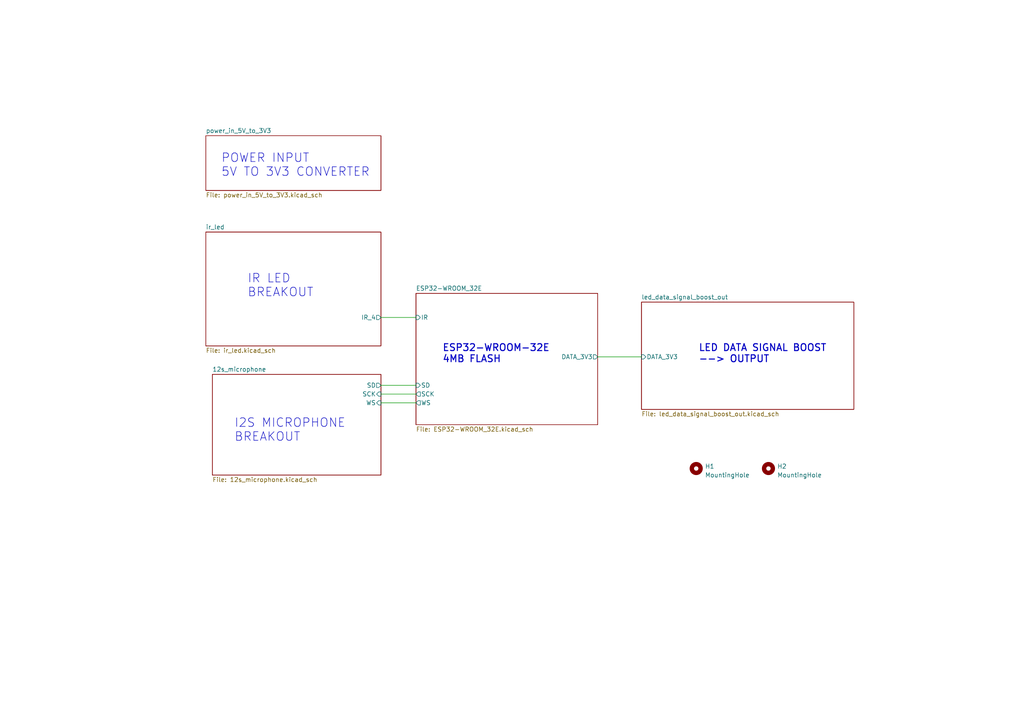
<source format=kicad_sch>
(kicad_sch (version 20230121) (generator eeschema)

  (uuid e63e39d7-6ac0-4ffd-8aa3-1841a4541b55)

  (paper "A4")

  (title_block
    (title "MoodLamp")
    (rev "1.1")
  )

  (lib_symbols
    (symbol "Mechanical:MountingHole" (pin_names (offset 1.016)) (in_bom yes) (on_board yes)
      (property "Reference" "H" (at 0 5.08 0)
        (effects (font (size 1.27 1.27)))
      )
      (property "Value" "MountingHole" (at 0 3.175 0)
        (effects (font (size 1.27 1.27)))
      )
      (property "Footprint" "" (at 0 0 0)
        (effects (font (size 1.27 1.27)) hide)
      )
      (property "Datasheet" "~" (at 0 0 0)
        (effects (font (size 1.27 1.27)) hide)
      )
      (property "ki_keywords" "mounting hole" (at 0 0 0)
        (effects (font (size 1.27 1.27)) hide)
      )
      (property "ki_description" "Mounting Hole without connection" (at 0 0 0)
        (effects (font (size 1.27 1.27)) hide)
      )
      (property "ki_fp_filters" "MountingHole*" (at 0 0 0)
        (effects (font (size 1.27 1.27)) hide)
      )
      (symbol "MountingHole_0_1"
        (circle (center 0 0) (radius 1.27)
          (stroke (width 1.27) (type default))
          (fill (type none))
        )
      )
    )
  )


  (wire (pts (xy 110.49 116.84) (xy 120.65 116.84))
    (stroke (width 0) (type default))
    (uuid 947cd55f-d694-4607-9327-d5bb4205a05f)
  )
  (wire (pts (xy 110.49 111.76) (xy 120.65 111.76))
    (stroke (width 0) (type default))
    (uuid b4693e0a-6a46-47eb-b135-e8049fd98ae8)
  )
  (wire (pts (xy 173.355 103.505) (xy 186.055 103.505))
    (stroke (width 0) (type default))
    (uuid c3bedd62-d7ff-4e6d-a163-548d2298cec6)
  )
  (wire (pts (xy 110.49 92.075) (xy 120.65 92.075))
    (stroke (width 0) (type default))
    (uuid ccecca9c-1424-49fb-8149-e0c3e8af4ab8)
  )
  (wire (pts (xy 110.49 114.3) (xy 120.65 114.3))
    (stroke (width 0) (type default))
    (uuid e4408f24-a62c-4dc7-8506-c1787a0a68d2)
  )

  (text "ESP32-WROOM-32E\n4MB FLASH" (at 128.27 105.41 0)
    (effects (font (size 2 2) (thickness 0.3) bold) (justify left bottom))
    (uuid 01cf0ab1-7d8e-4ec3-90fc-e7eed36cbe88)
  )
  (text "I2S MICROPHONE\nBREAKOUT" (at 67.945 128.27 0)
    (effects (font (size 2.5 2.5)) (justify left bottom))
    (uuid 98e78a1e-d148-451c-91fa-19214e689852)
  )
  (text "LED DATA SIGNAL BOOST\n--> OUTPUT" (at 202.565 105.41 0)
    (effects (font (size 2 2) (thickness 0.3) bold) (justify left bottom))
    (uuid d5dd8a2f-ff9a-4396-bca2-fd7d712539d8)
  )
  (text "IR LED\nBREAKOUT" (at 71.755 86.36 0)
    (effects (font (size 2.5 2.5)) (justify left bottom))
    (uuid dfa9090d-3639-4d94-a581-f6b9a9e4356b)
  )
  (text "POWER INPUT\n5V TO 3V3 CONVERTER" (at 64.135 51.435 0)
    (effects (font (size 2.5 2.5)) (justify left bottom))
    (uuid e87ce059-fd4c-4cfe-9c01-77ed85add95c)
  )

  (symbol (lib_id "Mechanical:MountingHole") (at 201.93 135.89 0) (unit 1)
    (in_bom yes) (on_board yes) (dnp no) (fields_autoplaced)
    (uuid 709a8054-66d6-48e3-93c0-a22d5f14e480)
    (property "Reference" "H1" (at 204.47 135.255 0)
      (effects (font (size 1.27 1.27)) (justify left))
    )
    (property "Value" "MountingHole" (at 204.47 137.795 0)
      (effects (font (size 1.27 1.27)) (justify left))
    )
    (property "Footprint" "MountingHole:MountingHole_2.2mm_M2" (at 201.93 135.89 0)
      (effects (font (size 1.27 1.27)) hide)
    )
    (property "Datasheet" "~" (at 201.93 135.89 0)
      (effects (font (size 1.27 1.27)) hide)
    )
    (instances
      (project "MoodLamp"
        (path "/e63e39d7-6ac0-4ffd-8aa3-1841a4541b55"
          (reference "H1") (unit 1)
        )
      )
    )
  )

  (symbol (lib_id "Mechanical:MountingHole") (at 222.885 135.89 0) (unit 1)
    (in_bom yes) (on_board yes) (dnp no) (fields_autoplaced)
    (uuid 9ae9b772-9ce6-4064-83f2-33b92ad3ca36)
    (property "Reference" "H2" (at 225.425 135.255 0)
      (effects (font (size 1.27 1.27)) (justify left))
    )
    (property "Value" "MountingHole" (at 225.425 137.795 0)
      (effects (font (size 1.27 1.27)) (justify left))
    )
    (property "Footprint" "MountingHole:MountingHole_2.2mm_M2" (at 222.885 135.89 0)
      (effects (font (size 1.27 1.27)) hide)
    )
    (property "Datasheet" "~" (at 222.885 135.89 0)
      (effects (font (size 1.27 1.27)) hide)
    )
    (instances
      (project "MoodLamp"
        (path "/e63e39d7-6ac0-4ffd-8aa3-1841a4541b55"
          (reference "H2") (unit 1)
        )
      )
    )
  )

  (sheet (at 186.055 87.63) (size 61.595 31.115) (fields_autoplaced)
    (stroke (width 0.1524) (type solid))
    (fill (color 0 0 0 0.0000))
    (uuid 032f2ca1-9d1b-487a-bf50-5e7532767389)
    (property "Sheetname" "led_data_signal_boost_out" (at 186.055 86.9184 0)
      (effects (font (size 1.27 1.27)) (justify left bottom))
    )
    (property "Sheetfile" "led_data_signal_boost_out.kicad_sch" (at 186.055 119.3296 0)
      (effects (font (size 1.27 1.27)) (justify left top))
    )
    (pin "DATA_3V3" input (at 186.055 103.505 180)
      (effects (font (size 1.27 1.27)) (justify left))
      (uuid 0328601e-2e95-4bbc-8a22-adf1179b2271)
    )
    (instances
      (project "MoodLamp"
        (path "/e63e39d7-6ac0-4ffd-8aa3-1841a4541b55" (page "6"))
      )
    )
  )

  (sheet (at 59.69 39.37) (size 50.8 15.875) (fields_autoplaced)
    (stroke (width 0.1524) (type solid))
    (fill (color 0 0 0 0.0000))
    (uuid 116c8b06-fbae-4313-ba9b-114da86d9aa2)
    (property "Sheetname" "power_in_5V_to_3V3" (at 59.69 38.6584 0)
      (effects (font (size 1.27 1.27)) (justify left bottom))
    )
    (property "Sheetfile" "power_in_5V_to_3V3.kicad_sch" (at 59.69 55.8296 0)
      (effects (font (size 1.27 1.27)) (justify left top))
    )
    (instances
      (project "MoodLamp"
        (path "/e63e39d7-6ac0-4ffd-8aa3-1841a4541b55" (page "5"))
      )
    )
  )

  (sheet (at 120.65 85.09) (size 52.705 38.1) (fields_autoplaced)
    (stroke (width 0.1524) (type solid))
    (fill (color 0 0 0 0.0000))
    (uuid 81867d0d-8156-4d06-b998-e2618c4987a9)
    (property "Sheetname" "ESP32-WROOM_32E" (at 120.65 84.3784 0)
      (effects (font (size 1.27 1.27)) (justify left bottom))
    )
    (property "Sheetfile" "ESP32-WROOM_32E.kicad_sch" (at 120.65 123.7746 0)
      (effects (font (size 1.27 1.27)) (justify left top))
    )
    (pin "SD" input (at 120.65 111.76 180)
      (effects (font (size 1.27 1.27)) (justify left))
      (uuid a3a34c9c-b49f-4fd8-9207-120a75744798)
    )
    (pin "SCK" output (at 120.65 114.3 180)
      (effects (font (size 1.27 1.27)) (justify left))
      (uuid 63a5e89a-f0cc-40a8-86fd-2305ceb41083)
    )
    (pin "WS" output (at 120.65 116.84 180)
      (effects (font (size 1.27 1.27)) (justify left))
      (uuid 1e07a6eb-9cba-4d1b-8bc2-7d073e5c0565)
    )
    (pin "DATA_3V3" output (at 173.355 103.505 0)
      (effects (font (size 1.27 1.27)) (justify right))
      (uuid 9595437d-5bd9-41b7-a451-2775651e09c8)
    )
    (pin "IR" input (at 120.65 92.075 180)
      (effects (font (size 1.27 1.27)) (justify left))
      (uuid 787ecce5-25aa-4fee-867d-484ab4fcef7a)
    )
    (instances
      (project "MoodLamp"
        (path "/e63e39d7-6ac0-4ffd-8aa3-1841a4541b55" (page "6"))
      )
    )
  )

  (sheet (at 59.69 67.31) (size 50.8 33.02) (fields_autoplaced)
    (stroke (width 0.1524) (type solid))
    (fill (color 0 0 0 0.0000))
    (uuid d6a4d5f0-3016-4457-9f88-ed03f1b04f5e)
    (property "Sheetname" "ir_led" (at 59.69 66.5984 0)
      (effects (font (size 1.27 1.27)) (justify left bottom))
    )
    (property "Sheetfile" "ir_led.kicad_sch" (at 59.69 100.9146 0)
      (effects (font (size 1.27 1.27)) (justify left top))
    )
    (pin "IR_4" output (at 110.49 92.075 0)
      (effects (font (size 1.27 1.27)) (justify right))
      (uuid fa9db309-d1f8-4fda-946d-3d49ad34dbfb)
    )
    (instances
      (project "MoodLamp"
        (path "/e63e39d7-6ac0-4ffd-8aa3-1841a4541b55" (page "4"))
      )
    )
  )

  (sheet (at 61.595 108.585) (size 48.895 29.21) (fields_autoplaced)
    (stroke (width 0.1524) (type solid))
    (fill (color 0 0 0 0.0000))
    (uuid e9f2fe34-de40-4860-808e-3ba07d8b498f)
    (property "Sheetname" "12s_microphone" (at 61.595 107.8734 0)
      (effects (font (size 1.27 1.27)) (justify left bottom))
    )
    (property "Sheetfile" "12s_microphone.kicad_sch" (at 61.595 138.3796 0)
      (effects (font (size 1.27 1.27)) (justify left top))
    )
    (pin "SD" output (at 110.49 111.76 0)
      (effects (font (size 1.27 1.27)) (justify right))
      (uuid 4d6ab483-b060-45a1-8052-3aea670184ba)
    )
    (pin "SCK" input (at 110.49 114.3 0)
      (effects (font (size 1.27 1.27)) (justify right))
      (uuid d2d04a1e-90ff-4491-816c-c45c016fd82f)
    )
    (pin "WS" input (at 110.49 116.84 0)
      (effects (font (size 1.27 1.27)) (justify right))
      (uuid 5b3676a2-dbd8-440d-837e-f3c81b61767c)
    )
    (instances
      (project "MoodLamp"
        (path "/e63e39d7-6ac0-4ffd-8aa3-1841a4541b55" (page "3"))
      )
    )
  )

  (sheet_instances
    (path "/" (page "1"))
  )
)

</source>
